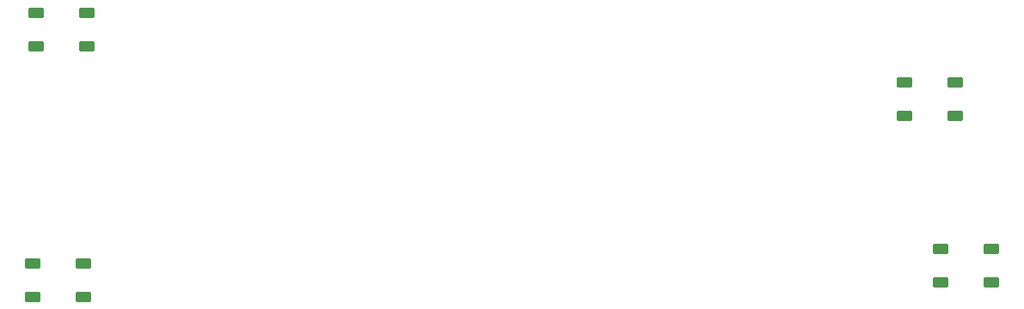
<source format=gbr>
%TF.GenerationSoftware,KiCad,Pcbnew,9.0.1*%
%TF.CreationDate,2025-05-27T17:05:58+05:30*%
%TF.ProjectId,macronardo,6d616372-6f6e-4617-9264-6f2e6b696361,rev?*%
%TF.SameCoordinates,Original*%
%TF.FileFunction,Paste,Bot*%
%TF.FilePolarity,Positive*%
%FSLAX46Y46*%
G04 Gerber Fmt 4.6, Leading zero omitted, Abs format (unit mm)*
G04 Created by KiCad (PCBNEW 9.0.1) date 2025-05-27 17:05:58*
%MOMM*%
%LPD*%
G01*
G04 APERTURE LIST*
G04 Aperture macros list*
%AMRoundRect*
0 Rectangle with rounded corners*
0 $1 Rounding radius*
0 $2 $3 $4 $5 $6 $7 $8 $9 X,Y pos of 4 corners*
0 Add a 4 corners polygon primitive as box body*
4,1,4,$2,$3,$4,$5,$6,$7,$8,$9,$2,$3,0*
0 Add four circle primitives for the rounded corners*
1,1,$1+$1,$2,$3*
1,1,$1+$1,$4,$5*
1,1,$1+$1,$6,$7*
1,1,$1+$1,$8,$9*
0 Add four rect primitives between the rounded corners*
20,1,$1+$1,$2,$3,$4,$5,0*
20,1,$1+$1,$4,$5,$6,$7,0*
20,1,$1+$1,$6,$7,$8,$9,0*
20,1,$1+$1,$8,$9,$2,$3,0*%
G04 Aperture macros list end*
%ADD10RoundRect,0.250000X-0.550000X-0.250000X0.550000X-0.250000X0.550000X0.250000X-0.550000X0.250000X0*%
G04 APERTURE END LIST*
D10*
%TO.C,D21*%
X104940000Y-89650000D03*
X104940000Y-86350000D03*
X109940000Y-89650000D03*
X109940000Y-86350000D03*
%TD*%
%TO.C,D22*%
X194390000Y-88270000D03*
X194390000Y-84970000D03*
X199390000Y-88270000D03*
X199390000Y-84970000D03*
%TD*%
%TO.C,D19*%
X105260000Y-64930000D03*
X105260000Y-61630000D03*
X110260000Y-64930000D03*
X110260000Y-61630000D03*
%TD*%
%TO.C,D20*%
X190800000Y-71800000D03*
X190800000Y-68500000D03*
X195800000Y-71800000D03*
X195800000Y-68500000D03*
%TD*%
M02*

</source>
